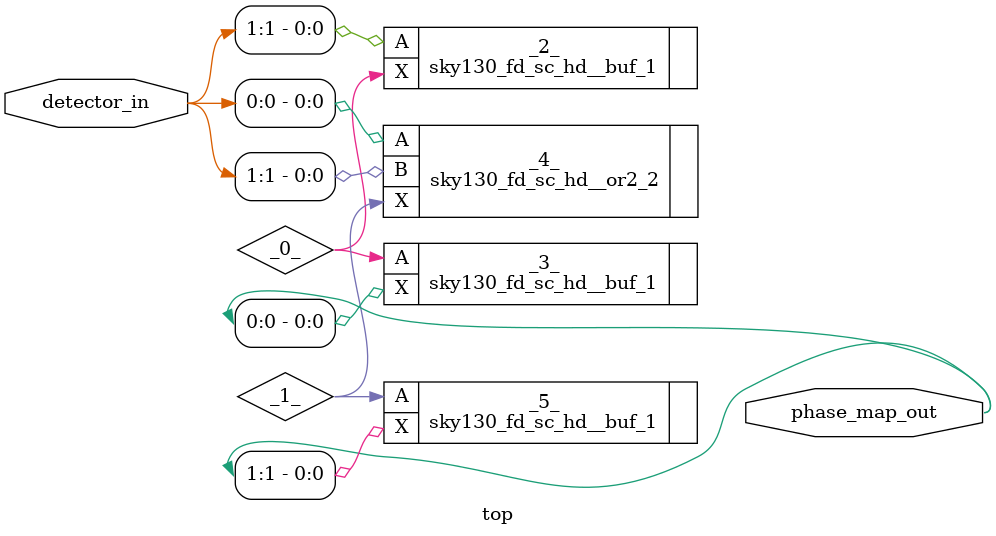
<source format=v>
/* Generated by Yosys 0.27+30 (git sha1 101075611, gcc 11.3.0-1ubuntu1~22.04.1 -fPIC -Os) */

module top(phase_map_out, detector_in);
  wire _0_;
  wire _1_;
  input [1:0] detector_in;
  wire [1:0] detector_in;
  output [1:0] phase_map_out;
  wire [1:0] phase_map_out;
  sky130_fd_sc_hd__buf_1 _2_ (
    .A(detector_in[1]),
    .X(_0_)
  );
  sky130_fd_sc_hd__buf_1 _3_ (
    .A(_0_),
    .X(phase_map_out[0])
  );
  sky130_fd_sc_hd__or2_2 _4_ (
    .A(detector_in[0]),
    .B(detector_in[1]),
    .X(_1_)
  );
  sky130_fd_sc_hd__buf_1 _5_ (
    .A(_1_),
    .X(phase_map_out[1])
  );
endmodule

</source>
